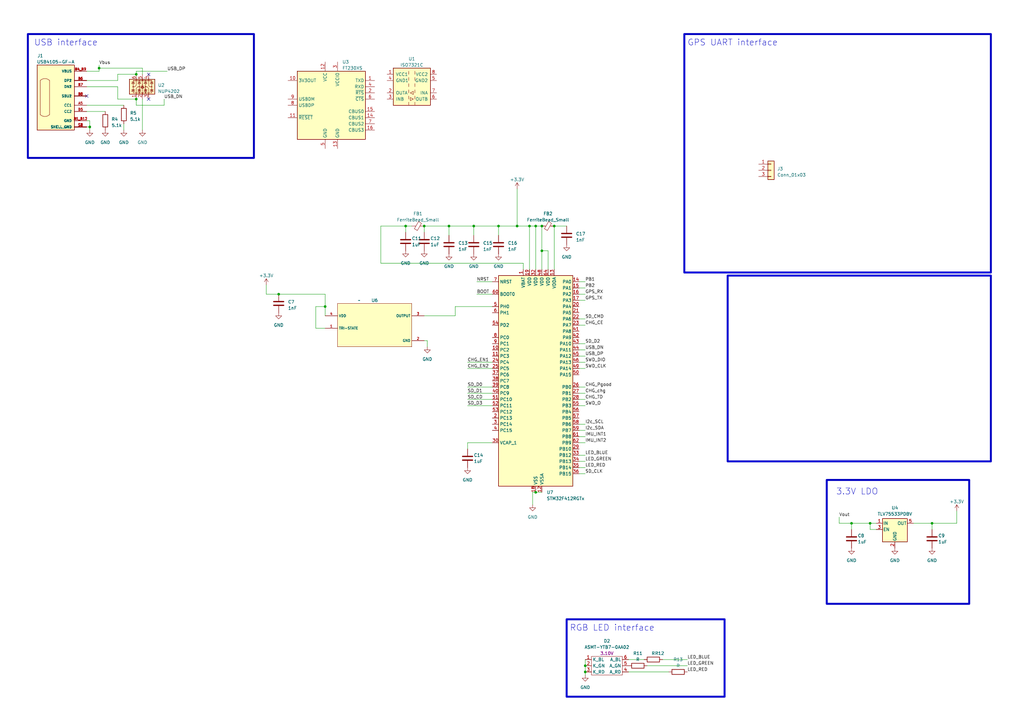
<source format=kicad_sch>
(kicad_sch (version 20230121) (generator eeschema)
  (paper "A3")
  (lib_symbols
    (symbol "Connector:Conn_ARM_SWD_TagConnect_TC2030-NL" (in_bom no)
      (property "Reference" "J" (at 2.54 11.43 0))
      (property "Value" "Conn_ARM_SWD_TagConnect_TC2030-NL" (at 2.54 8.89 0))
      (symbol "Conn_ARM_SWD_TagConnect_TC2030-NL_0_0"
        (pin power_in line (at -2.54 10.16 270) (length 2.54) (name "VCC") (number "1"))
        (pin bidirectional line (at 7.62 -2.54 180) (length 2.54) (name "SWDIO") (number "2"))
        (pin open_collector line (at 7.62 5.08 180) (length 2.54) (name "~{RESET}") (number "3"))
        (pin output line (at 7.62 0 180) (length 2.54) (name "SWCLK") (number "4"))
        (pin power_in line (at -2.54 -10.16 90) (length 2.54) (name "GND") (number "5"))
        (pin input line (at 7.62 -5.08 180) (length 2.54) (name "SWO") (number "6"))
      )
      (symbol "Conn_ARM_SWD_TagConnect_TC2030-NL_0_1"
        (rectangle (start -5.08 7.62) (end 5.08 -7.62) (fill (type background)))
      )
    )
    (symbol "Connector_Generic:Conn_01x03" (pin_names (offset 1.016) hide)
      (property "Reference" "J" (at 0 5.08 0))
      (property "Value" "Conn_01x03" (at 0 -5.08 0))
      (symbol "Conn_01x03_1_1"
        (rectangle (start -1.27 -2.413) (end 0 -2.667) (stroke (width 0.1524)))
        (rectangle (start -1.27 0.127) (end 0 -0.127) (stroke (width 0.1524)))
        (rectangle (start -1.27 2.667) (end 0 2.413) (stroke (width 0.1524)))
        (rectangle (start -1.27 3.81) (end 1.27 -3.81) (stroke (width 0.254)) (fill (type background)))
        (pin passive line (at -5.08 2.54 0) (length 3.81) (name "Pin_1") (number "1"))
        (pin passive line (at -5.08 0 0) (length 3.81) (name "Pin_2") (number "2"))
        (pin passive line (at -5.08 -2.54 0) (length 3.81) (name "Pin_3") (number "3"))
      )
    )
    (symbol "Device:C" (pin_numbers hide) (pin_names (offset 0.254))
      (property "Reference" "C" (at 0.635 2.54 0))
      (property "Value" "C" (at 0.635 -2.54 0))
      (symbol "C_0_1"
        (polyline (pts (xy -2.032 -0.762) (xy 2.032 -0.762)) (stroke (width 0.508)))
        (polyline (pts (xy -2.032 0.762) (xy 2.032 0.762)) (stroke (width 0.508)))
      )
      (symbol "C_1_1"
        (pin passive line (at 0 3.81 270) (length 2.794) (name "~") (number "1"))
        (pin passive line (at 0 -3.81 90) (length 2.794) (name "~") (number "2"))
      )
    )
    (symbol "Device:FerriteBead_Small" (pin_numbers hide) (pin_names (offset 0))
      (property "Reference" "FB" (at 1.905 1.27 0))
      (property "Value" "FerriteBead_Small" (at 1.905 -1.27 0))
      (symbol "FerriteBead_Small_0_1"
        (polyline (pts (xy 0 -1.27) (xy 0 -0.7874)))
        (polyline (pts (xy 0 0.889) (xy 0 1.2954)))
        (polyline (pts (xy -1.8288 0.2794) (xy -1.1176 1.4986) (xy 1.8288 -0.2032) (xy 1.1176 -1.4224) (xy -1.8288 0.2794)))
      )
      (symbol "FerriteBead_Small_1_1"
        (pin passive line (at 0 2.54 270) (length 1.27) (name "~") (number "1"))
        (pin passive line (at 0 -2.54 90) (length 1.27) (name "~") (number "2"))
      )
    )
    (symbol "Device:R" (pin_numbers hide) (pin_names (offset 0))
      (property "Reference" "R" (at 2.032 0 90))
      (property "Value" "R" (at 0 0 90))
      (symbol "R_0_1"
        (rectangle (start -1.016 -2.54) (end 1.016 2.54) (stroke (width 0.254)))
      )
      (symbol "R_1_1"
        (pin passive line (at 0 3.81 270) (length 1.27) (name "~") (number "1"))
        (pin passive line (at 0 -3.81 90) (length 1.27) (name "~") (number "2"))
      )
    )
    (symbol "Interface_USB:FT230XS"
      (property "Reference" "U" (at -13.97 15.24 0))
      (property "Value" "FT230XS" (at 7.62 15.24 0))
      (symbol "FT230XS_0_1"
        (rectangle (start -13.97 13.97) (end 13.97 -13.97) (stroke (width 0.254)) (fill (type background)))
      )
      (symbol "FT230XS_1_1"
        (pin output line (at 17.78 10.16 180) (length 3.81) (name "TXD") (number "1"))
        (pin power_out line (at -17.78 10.16 0) (length 3.81) (name "3V3OUT") (number "10"))
        (pin input line (at -17.78 -5.08 0) (length 3.81) (name "~{RESET}") (number "11"))
        (pin power_in line (at -2.54 17.78 270) (length 3.81) (name "VCC") (number "12"))
        (pin power_in line (at 2.54 -17.78 90) (length 3.81) (name "GND") (number "13"))
        (pin bidirectional line (at 17.78 -5.08 180) (length 3.81) (name "CBUS1") (number "14"))
        (pin bidirectional line (at 17.78 -2.54 180) (length 3.81) (name "CBUS0") (number "15"))
        (pin bidirectional line (at 17.78 -10.16 180) (length 3.81) (name "CBUS3") (number "16"))
        (pin output line (at 17.78 5.08 180) (length 3.81) (name "~{RTS}") (number "2"))
        (pin power_in line (at 2.54 17.78 270) (length 3.81) (name "VCCIO") (number "3"))
        (pin input line (at 17.78 7.62 180) (length 3.81) (name "RXD") (number "4"))
        (pin power_in line (at -2.54 -17.78 90) (length 3.81) (name "GND") (number "5"))
        (pin input line (at 17.78 2.54 180) (length 3.81) (name "~{CTS}") (number "6"))
        (pin bidirectional line (at 17.78 -7.62 180) (length 3.81) (name "CBUS2") (number "7"))
        (pin bidirectional line (at -17.78 0 0) (length 3.81) (name "USBDP") (number "8"))
        (pin bidirectional line (at -17.78 2.54 0) (length 3.81) (name "USBDM") (number "9"))
      )
    )
    (symbol "Isolator:ISO7321C" (pin_names (offset 1.016))
      (property "Reference" "U" (at 0 10.795 0))
      (property "Value" "ISO7321C" (at 0 8.89 0))
      (symbol "ISO7321C_0_1"
        (rectangle (start -7.62 7.62) (end 7.62 -7.62) (stroke (width 0.254)) (fill (type background)))
        (polyline (pts (xy -1.27 -6.35) (xy -1.27 -7.62)))
        (polyline (pts (xy -1.27 -3.81) (xy -1.27 -5.08)))
        (polyline (pts (xy -1.27 -1.27) (xy -1.27 -2.54)))
        (polyline (pts (xy -1.27 1.27) (xy -1.27 0)))
        (polyline (pts (xy -1.27 3.81) (xy -1.27 2.54)))
        (polyline (pts (xy -1.27 6.35) (xy -1.27 5.08)))
        (polyline (pts (xy 1.27 -6.35) (xy 1.27 -7.62)))
        (polyline (pts (xy 1.27 -3.81) (xy 1.27 -5.08)))
        (polyline (pts (xy 1.27 -1.27) (xy 1.27 -2.54)))
        (polyline (pts (xy 1.27 1.27) (xy 1.27 0)))
        (polyline (pts (xy 1.27 3.81) (xy 1.27 2.54)))
        (polyline (pts (xy 1.27 6.35) (xy 1.27 5.08)))
        (polyline (pts (xy -0.635 -4.445) (xy -0.635 -5.715) (xy 0.635 -5.08) (xy -0.635 -4.445)))
        (polyline (pts (xy -0.635 -2.54) (xy 0.635 -1.905) (xy 0.635 -3.175) (xy -0.635 -2.54)))
      )
      (symbol "ISO7321C_1_1"
        (pin power_in line (at -10.16 5.08 0) (length 2.54) (name "VCC1") (number "1"))
        (pin output line (at -10.16 -2.54 0) (length 2.54) (name "OUTA") (number "2"))
        (pin input line (at -10.16 -5.08 0) (length 2.54) (name "INB") (number "3"))
        (pin power_in line (at -10.16 2.54 0) (length 2.54) (name "GND1") (number "4"))
        (pin power_in line (at 10.16 2.54 180) (length 2.54) (name "GND2") (number "5"))
        (pin output line (at 10.16 -5.08 180) (length 2.54) (name "OUTB") (number "6"))
        (pin input line (at 10.16 -2.54 180) (length 2.54) (name "INA") (number "7"))
        (pin power_in line (at 10.16 5.08 180) (length 2.54) (name "VCC2") (number "8"))
      )
    )
    (symbol "MCU_ST_STM32F4:STM32F412RGTx"
      (property "Reference" "U" (at -15.24 44.45 0))
      (property "Value" "STM32F412RGTx" (at 10.16 44.45 0))
      (symbol "STM32F412RGTx_0_1"
        (rectangle (start -15.24 -43.18) (end 15.24 43.18) (stroke (width 0.254)) (fill (type background)))
      )
      (symbol "STM32F412RGTx_1_1"
        (pin power_in line (at -5.08 45.72 270) (length 2.54) (name "VBAT") (number "1"))
        (pin bidirectional line (at -17.78 12.7 0) (length 2.54) (name "PC2") (number "10"))
        (pin bidirectional line (at -17.78 10.16 0) (length 2.54) (name "PC3") (number "11"))
        (pin power_in line (at 2.54 -45.72 90) (length 2.54) (name "VSSA") (number "12"))
        (pin power_in line (at 7.62 45.72 270) (length 2.54) (name "VDDA") (number "13"))
        (pin bidirectional line (at 17.78 40.64 180) (length 2.54) (name "PA0") (number "14"))
        (pin bidirectional line (at 17.78 38.1 180) (length 2.54) (name "PA1") (number "15"))
        (pin bidirectional line (at 17.78 35.56 180) (length 2.54) (name "PA2") (number "16"))
        (pin bidirectional line (at 17.78 33.02 180) (length 2.54) (name "PA3") (number "17"))
        (pin power_in line (at 0 -45.72 90) (length 2.54) (name "VSS") (number "18"))
        (pin power_in line (at -2.54 45.72 270) (length 2.54) (name "VDD") (number "19"))
        (pin bidirectional line (at -17.78 -15.24 0) (length 2.54) (name "PC13") (number "2"))
        (pin bidirectional line (at 17.78 30.48 180) (length 2.54) (name "PA4") (number "20"))
        (pin bidirectional line (at 17.78 27.94 180) (length 2.54) (name "PA5") (number "21"))
        (pin bidirectional line (at 17.78 25.4 180) (length 2.54) (name "PA6") (number "22"))
        (pin bidirectional line (at 17.78 22.86 180) (length 2.54) (name "PA7") (number "23"))
        (pin bidirectional line (at -17.78 7.62 0) (length 2.54) (name "PC4") (number "24"))
        (pin bidirectional line (at -17.78 5.08 0) (length 2.54) (name "PC5") (number "25"))
        (pin bidirectional line (at 17.78 -2.54 180) (length 2.54) (name "PB0") (number "26"))
        (pin bidirectional line (at 17.78 -5.08 180) (length 2.54) (name "PB1") (number "27"))
        (pin bidirectional line (at 17.78 -7.62 180) (length 2.54) (name "PB2") (number "28"))
        (pin bidirectional line (at 17.78 -27.94 180) (length 2.54) (name "PB10") (number "29"))
        (pin bidirectional line (at -17.78 -17.78 0) (length 2.54) (name "PC14") (number "3"))
        (pin power_out line (at -17.78 -25.4 0) (length 2.54) (name "VCAP_1") (number "30"))
        (pin passive line (at 0 -45.72 90) (length 2.54) hide (name "VSS") (number "31"))
        (pin power_in line (at 0 45.72 270) (length 2.54) (name "VDD") (number "32"))
        (pin bidirectional line (at 17.78 -30.48 180) (length 2.54) (name "PB12") (number "33"))
        (pin bidirectional line (at 17.78 -33.02 180) (length 2.54) (name "PB13") (number "34"))
        (pin bidirectional line (at 17.78 -35.56 180) (length 2.54) (name "PB14") (number "35"))
        (pin bidirectional line (at 17.78 -38.1 180) (length 2.54) (name "PB15") (number "36"))
        (pin bidirectional line (at -17.78 2.54 0) (length 2.54) (name "PC6") (number "37"))
        (pin bidirectional line (at -17.78 0 0) (length 2.54) (name "PC7") (number "38"))
        (pin bidirectional line (at -17.78 -2.54 0) (length 2.54) (name "PC8") (number "39"))
        (pin bidirectional line (at -17.78 -20.32 0) (length 2.54) (name "PC15") (number "4"))
        (pin bidirectional line (at -17.78 -5.08 0) (length 2.54) (name "PC9") (number "40"))
        (pin bidirectional line (at 17.78 20.32 180) (length 2.54) (name "PA8") (number "41"))
        (pin bidirectional line (at 17.78 17.78 180) (length 2.54) (name "PA9") (number "42"))
        (pin bidirectional line (at 17.78 15.24 180) (length 2.54) (name "PA10") (number "43"))
        (pin bidirectional line (at 17.78 12.7 180) (length 2.54) (name "PA11") (number "44"))
        (pin bidirectional line (at 17.78 10.16 180) (length 2.54) (name "PA12") (number "45"))
        (pin bidirectional line (at 17.78 7.62 180) (length 2.54) (name "PA13") (number "46"))
        (pin passive line (at 0 -45.72 90) (length 2.54) hide (name "VSS") (number "47"))
        (pin power_in line (at 2.54 45.72 270) (length 2.54) (name "VDD") (number "48"))
        (pin bidirectional line (at 17.78 5.08 180) (length 2.54) (name "PA14") (number "49"))
        (pin bidirectional line (at -17.78 30.48 0) (length 2.54) (name "PH0") (number "5"))
        (pin bidirectional line (at 17.78 2.54 180) (length 2.54) (name "PA15") (number "50"))
        (pin bidirectional line (at -17.78 -7.62 0) (length 2.54) (name "PC10") (number "51"))
        (pin bidirectional line (at -17.78 -10.16 0) (length 2.54) (name "PC11") (number "52"))
        (pin bidirectional line (at -17.78 -12.7 0) (length 2.54) (name "PC12") (number "53"))
        (pin bidirectional line (at -17.78 22.86 0) (length 2.54) (name "PD2") (number "54"))
        (pin bidirectional line (at 17.78 -10.16 180) (length 2.54) (name "PB3") (number "55"))
        (pin bidirectional line (at 17.78 -12.7 180) (length 2.54) (name "PB4") (number "56"))
        (pin bidirectional line (at 17.78 -15.24 180) (length 2.54) (name "PB5") (number "57"))
        (pin bidirectional line (at 17.78 -17.78 180) (length 2.54) (name "PB6") (number "58"))
        (pin bidirectional line (at 17.78 -20.32 180) (length 2.54) (name "PB7") (number "59"))
        (pin bidirectional line (at -17.78 27.94 0) (length 2.54) (name "PH1") (number "6"))
        (pin input line (at -17.78 35.56 0) (length 2.54) (name "BOOT0") (number "60"))
        (pin bidirectional line (at 17.78 -22.86 180) (length 2.54) (name "PB8") (number "61"))
        (pin bidirectional line (at 17.78 -25.4 180) (length 2.54) (name "PB9") (number "62"))
        (pin passive line (at 0 -45.72 90) (length 2.54) hide (name "VSS") (number "63"))
        (pin power_in line (at 5.08 45.72 270) (length 2.54) (name "VDD") (number "64"))
        (pin input line (at -17.78 40.64 0) (length 2.54) (name "NRST") (number "7"))
        (pin bidirectional line (at -17.78 17.78 0) (length 2.54) (name "PC0") (number "8"))
        (pin bidirectional line (at -17.78 15.24 0) (length 2.54) (name "PC1") (number "9"))
      )
    )
    (symbol "MyLib:ASMT-YTB7-0AA02"
      (property "Reference" "D" (at 1.27 -3.81 0))
      (property "Value" "ASMT-YTB7-0AA02" (at 7.62 -13.97 0))
      (property "BL_Vf@20mA" "3.10V" (at 0 0 0))
      (symbol "ASMT-YTB7-0AA02_0_1"
        (rectangle (start 0 -5.08) (end 12.7 -12.7))
      )
      (symbol "ASMT-YTB7-0AA02_1_1"
        (pin input line (at -2.54 -6.35 0) (length 2.54) (name "K_BL") (number "1"))
        (pin input line (at -2.54 -8.89 0) (length 2.54) (name "K_GN") (number "2"))
        (pin input line (at -2.54 -11.43 0) (length 2.54) (name "K_RD") (number "3"))
        (pin input line (at 15.24 -11.43 180) (length 2.54) (name "A_RD") (number "4"))
        (pin input line (at 15.24 -8.89 180) (length 2.54) (name "A_GN") (number "5"))
        (pin input line (at 15.24 -6.35 180) (length 2.54) (name "A_BL") (number "6"))
      )
    )
    (symbol "MyLib:ECS-3963-240-AU-TR"
      (property "Reference" "U" (at 0 0 0))
      (symbol "ECS-3963-240-AU-TR_0_0"
        (rectangle (start -8.89 -1.27) (end 21.59 -19.05) (stroke (width 0.1524)) (fill (type background)))
        (pin input line (at -13.97 -11.43 0) (length 5.08) (name "TRI-STATE") (number "1"))
        (pin power_in line (at 26.67 -16.51 180) (length 5.08) (name "GND") (number "2"))
        (pin output line (at 26.67 -6.35 180) (length 5.08) (name "OUTPUT") (number "3"))
        (pin input line (at -13.97 -6.35 0) (length 5.08) (name "VDD") (number "4"))
      )
    )
    (symbol "MyLib:USB4105-GF-A" (pin_names (offset 1.016))
      (property "Reference" "J" (at 0 5.08 0))
      (property "Value" "USB4105-GF-A" (at 0 -25.4 0))
      (symbol "USB4105-GF-A_0_0"
        (rectangle (start 0 3.81) (end 15.24 -22.86) (stroke (width 0.254)) (fill (type background)))
        (pin power_in line (at 20.32 -19.05 180) (length 5.08) (name "GND") (number "A1_B12"))
        (pin power_in line (at 20.32 1.27 180) (length 5.08) (name "VBUS") (number "A4_B9"))
        (pin power_in line (at 20.32 -19.05 180) (length 5.08) (name "GND") (number "B1_A12"))
        (pin power_in line (at 20.32 1.27 180) (length 5.08) (name "VBUS") (number "B4_A9"))
        (pin bidirectional line (at 20.32 -15.24 180) (length 5.08) (name "CC2") (number "B5"))
        (pin bidirectional line (at 20.32 -2.54 180) (length 5.08) (name "DP2") (number "B6"))
        (pin bidirectional line (at 20.32 -5.08 180) (length 5.08) (name "DN2") (number "B7"))
        (pin bidirectional line (at 20.32 -8.89 180) (length 5.08) (name "SBU2") (number "B8"))
        (pin power_in line (at 20.32 -21.59 180) (length 5.08) (name "SHELL_GND") (number "S1"))
        (pin power_in line (at 20.32 -21.59 180) (length 5.08) (name "SHELL_GND") (number "S2"))
        (pin power_in line (at 20.32 -21.59 180) (length 5.08) (name "SHELL_GND") (number "S3"))
        (pin power_in line (at 20.32 -21.59 180) (length 5.08) (name "SHELL_GND") (number "S4"))
      )
      (symbol "USB4105-GF-A_0_1"
        (polyline (pts (xy 1.27 -16.51) (xy 1.27 -2.54)))
        (polyline (pts (xy 5.08 -16.51) (xy 5.08 -2.54)))
        (arc (start 1.27 -16.51) (mid 3.175 -17.2987) (end 5.08 -16.51))
        (arc (start 5.08 -2.54) (mid 3.175 -1.7523) (end 1.27 -2.54))
      )
      (symbol "USB4105-GF-A_1_0"
        (pin bidirectional line (at 20.32 -12.7 180) (length 5.08) (name "CC1") (number "A5"))
        (pin bidirectional line (at 20.32 -2.54 180) (length 5.08) (name "DP1") (number "A6"))
        (pin bidirectional line (at 20.32 -5.08 180) (length 5.08) (name "DN1") (number "A7"))
        (pin bidirectional line (at 20.32 -8.89 180) (length 5.08) (name "SBU1") (number "A8"))
      )
    )
    (symbol "Power_Protection:NUP4202"
      (property "Reference" "U" (at -6.985 -2.54 0))
      (property "Value" "NUP4202" (at 6.35 1.27 90))
      (symbol "NUP4202_0_1"
        (rectangle (start -5.334 3.048) (end 5.08 -3.048) (stroke (width 0.254)) (fill (type background)))
        (circle (center -3.81 0) (radius 0.127))
        (circle (center -3.81 0) (radius 0.127))
        (circle (center -1.27 -2.54) (radius 0.127))
        (circle (center -1.27 -2.54) (radius 0.127))
        (circle (center -1.27 0) (radius 0.127))
        (circle (center -1.27 0) (radius 0.127))
        (circle (center -1.27 2.54) (radius 0.127))
        (circle (center -1.27 2.54) (radius 0.127))
        (circle (center 0 -2.54) (radius 0.127))
        (circle (center 0 -2.54) (radius 0.127))
        (polyline (pts (xy -4.445 -1.27) (xy -3.175 -1.27)))
        (polyline (pts (xy -4.445 -1.27) (xy -3.175 -1.27)))
        (polyline (pts (xy -4.445 1.905) (xy -3.175 1.905)))
        (polyline (pts (xy -3.81 -2.54) (xy -3.81 -0.635)))
        (polyline (pts (xy -3.81 -2.54) (xy 3.81 -2.54)))
        (polyline (pts (xy -3.81 -0.635) (xy -3.81 0.635)))
        (polyline (pts (xy -3.81 0.635) (xy -3.81 2.54)))
        (polyline (pts (xy -3.81 2.54) (xy 3.81 2.54)))
        (polyline (pts (xy -3.81 2.54) (xy 3.81 2.54)))
        (polyline (pts (xy -1.905 -1.27) (xy -0.635 -1.27)))
        (polyline (pts (xy -1.905 -1.27) (xy -0.635 -1.27)))
        (polyline (pts (xy -1.905 1.905) (xy -0.635 1.905)))
        (polyline (pts (xy -1.27 -2.54) (xy -1.27 -0.635)))
        (polyline (pts (xy -1.27 -2.54) (xy -1.27 -0.635)))
        (polyline (pts (xy -1.27 0.635) (xy -1.27 -0.635)))
        (polyline (pts (xy -1.27 0.635) (xy -1.27 2.54)))
        (polyline (pts (xy 0 -0.889) (xy 0 -3.81)))
        (polyline (pts (xy 0 -0.889) (xy 0 1.016)))
        (polyline (pts (xy 0 -0.889) (xy 0 1.016)))
        (polyline (pts (xy 0 1.016) (xy 0 3.81)))
        (polyline (pts (xy 0.635 -1.27) (xy 1.905 -1.27)))
        (polyline (pts (xy 0.635 -1.27) (xy 1.905 -1.27)))
        (polyline (pts (xy 0.635 1.905) (xy 1.905 1.905)))
        (polyline (pts (xy 1.27 -2.54) (xy 1.27 -0.635)))
        (polyline (pts (xy 1.27 -2.54) (xy 1.27 -0.635)))
        (polyline (pts (xy 1.27 0.635) (xy 1.27 -0.635)))
        (polyline (pts (xy 1.27 0.635) (xy 1.27 2.54)))
        (polyline (pts (xy 3.175 -1.27) (xy 4.445 -1.27)))
        (polyline (pts (xy 3.175 -1.27) (xy 4.445 -1.27)))
        (polyline (pts (xy 3.175 1.905) (xy 4.445 1.905)))
        (polyline (pts (xy 3.81 -2.54) (xy 3.81 -0.635)))
        (polyline (pts (xy 3.81 0.635) (xy 3.81 -0.635)))
        (polyline (pts (xy 3.81 0.635) (xy 3.81 2.54)))
        (polyline (pts (xy 0.762 0.254) (xy -0.762 0.254) (xy -0.762 0)))
        (polyline (pts (xy -4.445 -1.905) (xy -3.175 -1.905) (xy -3.81 -1.27) (xy -4.445 -1.905)))
        (polyline (pts (xy -4.445 1.27) (xy -3.175 1.27) (xy -3.81 1.905) (xy -4.445 1.27)))
        (polyline (pts (xy -2.54 -3.81) (xy -2.54 -0.762) (xy -1.905 0) (xy -1.27 0)))
        (polyline (pts (xy -2.54 3.81) (xy -2.54 0.635) (xy -3.048 0) (xy -3.937 0)))
        (polyline (pts (xy -1.905 -1.905) (xy -0.635 -1.905) (xy -1.27 -1.27) (xy -1.905 -1.905)))
        (polyline (pts (xy -1.905 1.27) (xy -0.635 1.27) (xy -1.27 1.905) (xy -1.905 1.27)))
        (polyline (pts (xy -0.762 -0.508) (xy 0.762 -0.508) (xy 0 0.254) (xy -0.762 -0.508)))
        (polyline (pts (xy -0.762 -0.508) (xy 0.762 -0.508) (xy 0 0.254) (xy -0.762 -0.508)))
        (polyline (pts (xy 0.635 -1.905) (xy 1.905 -1.905) (xy 1.27 -1.27) (xy 0.635 -1.905)))
        (polyline (pts (xy 0.635 1.27) (xy 1.905 1.27) (xy 1.27 1.905) (xy 0.635 1.27)))
        (polyline (pts (xy 2.54 -3.81) (xy 2.54 -0.762) (xy 1.905 0) (xy 1.143 0)))
        (polyline (pts (xy 2.54 3.81) (xy 2.54 0.508) (xy 2.921 0) (xy 3.81 0)))
        (polyline (pts (xy 3.175 -1.905) (xy 4.445 -1.905) (xy 3.81 -1.27) (xy 3.175 -1.905)))
        (polyline (pts (xy 3.175 1.27) (xy 4.445 1.27) (xy 3.81 1.905) (xy 3.175 1.27)))
        (circle (center 0 2.54) (radius 0.127))
        (circle (center 0 2.54) (radius 0.127))
        (circle (center 1.27 -2.54) (radius 0.127))
        (circle (center 1.27 -2.54) (radius 0.127))
        (circle (center 1.27 0) (radius 0.127))
        (circle (center 1.27 0) (radius 0.127))
        (circle (center 1.27 2.54) (radius 0.127))
        (circle (center 1.27 2.54) (radius 0.127))
        (circle (center 3.81 0) (radius 0.127))
        (circle (center 3.81 0) (radius 0.127))
      )
      (symbol "NUP4202_1_1"
        (pin passive line (at -2.54 -5.08 90) (length 2.54) (name "~") (number "1"))
        (pin passive line (at 0 -5.08 90) (length 2.54) (name "~") (number "2"))
        (pin passive line (at 2.54 -5.08 90) (length 2.54) (name "~") (number "3"))
        (pin passive line (at 2.54 5.08 270) (length 2.54) (name "~") (number "4"))
        (pin passive line (at 0 5.08 270) (length 2.54) (name "~") (number "5"))
        (pin passive line (at -2.54 5.08 270) (length 2.54) (name "~") (number "6"))
      )
    )
    (symbol "Regulator_Linear:TLV75533PDBV" (pin_names (offset 0.254))
      (property "Reference" "U" (at -3.81 5.715 0))
      (property "Value" "TLV75533PDBV" (at 0 5.715 0))
      (symbol "TLV75533PDBV_0_1"
        (rectangle (start -5.08 4.445) (end 5.08 -5.08) (stroke (width 0.254)) (fill (type background)))
      )
      (symbol "TLV75533PDBV_1_1"
        (pin power_in line (at -7.62 2.54 0) (length 2.54) (name "IN") (number "1"))
        (pin power_in line (at 0 -7.62 90) (length 2.54) (name "GND") (number "2"))
        (pin input line (at -7.62 0 0) (length 2.54) (name "EN") (number "3"))
        (pin no_connect line (at 5.08 0 180) (length 2.54) hide (name "NC") (number "4"))
        (pin power_out line (at 7.62 2.54 180) (length 2.54) (name "OUT") (number "5"))
      )
    )
    (symbol "power:+3.3V" (power) (pin_names (offset 0))
      (property "Value" "+3.3V" (at 0 3.556 0))
      (symbol "+3.3V_0_1"
        (polyline (pts (xy -0.762 1.27) (xy 0 2.54)))
        (polyline (pts (xy 0 0) (xy 0 2.54)))
        (polyline (pts (xy 0 2.54) (xy 0.762 1.27)))
      )
      (symbol "+3.3V_1_1"
        (pin power_in line (at 0 0 90) (length 0) hide (name "+3.3V") (number "1"))
      )
    )
    (symbol "power:GND" (power) (pin_names (offset 0))
      (property "Value" "GND" (at 0 -3.81 0))
      (symbol "GND_0_1"
        (polyline (pts (xy 0 0) (xy 0 -1.27) (xy 1.27 -1.27) (xy 0 -2.54) (xy -1.27 -1.27) (xy 0 -1.27)))
      )
      (symbol "GND_1_1"
        (pin power_in line (at 0 0 270) (length 0) hide (name "GND") (number "1"))
      )
    )
  )
  (junction (at 219.71 201.93))
  (junction (at 40.64 27.94))
  (junction (at 349.25 214.63))
  (junction (at 133.35 125.73))
  (junction (at 184.15 92.71))
  (junction (at 36.83 52.07))
  (junction (at 212.09 92.71))
  (junction (at 219.71 92.71))
  (junction (at 204.47 92.71))
  (junction (at 222.25 92.71))
  (junction (at 55.88 40.64))
  (junction (at 227.33 92.71))
  (junction (at 222.25 102.87))
  (junction (at 236.22 -34.29))
  (junction (at 166.37 92.71))
  (junction (at 55.88 30.48))
  (junction (at 236.22 -12.7))
  (junction (at 240.03 275.59))
  (junction (at 173.99 92.71))
  (junction (at 382.27 214.63))
  (junction (at 356.87 214.63))
  (junction (at 194.31 92.71))
  (junction (at 217.17 92.71))
  (junction (at 114.3 120.65))
  (junction (at 240.03 273.05))
  (no_connect (at 35.56 39.37))
  (no_connect (at 60.96 30.48))
  (no_connect (at 60.96 40.64))
  (wire (pts (xy 191.77 151.13) (xy 201.93 151.13)))
  (wire (pts (xy 191.77 181.61) (xy 201.93 181.61)))
  (wire (pts (xy 218.44 201.93) (xy 218.44 207.01)))
  (wire (pts (xy 356.87 217.17) (xy 356.87 214.63)))
  (wire (pts (xy 58.42 40.64) (xy 58.42 53.34)))
  (wire (pts (xy 204.47 96.52) (xy 204.47 92.71)))
  (wire (pts (xy 173.99 92.71) (xy 173.99 95.25)))
  (wire (pts (xy 35.56 45.72) (xy 43.18 45.72)))
  (wire (pts (xy 214.63 107.95) (xy 156.21 107.95)))
  (wire (pts (xy 227.33 92.71) (xy 227.33 110.49)))
  (wire (pts (xy 259.08 -24.13) (xy 255.27 -24.13)))
  (wire (pts (xy 356.87 214.63) (xy 349.25 214.63)))
  (wire (pts (xy 219.71 201.93) (xy 218.44 201.93)))
  (wire (pts (xy 237.49 186.69) (xy 240.03 186.69)))
  (wire (pts (xy 48.26 40.64) (xy 48.26 35.56)))
  (wire (pts (xy 129.54 134.62) (xy 129.54 125.73)))
  (wire (pts (xy 133.35 120.65) (xy 114.3 120.65)))
  (wire (pts (xy 240.03 123.19) (xy 237.49 123.19)))
  (wire (pts (xy 194.31 92.71) (xy 204.47 92.71)))
  (wire (pts (xy 237.49 179.07) (xy 240.03 179.07)))
  (wire (pts (xy 349.25 214.63) (xy 344.17 214.63)))
  (wire (pts (xy 349.25 214.63) (xy 349.25 217.17)))
  (wire (pts (xy 67.31 43.18) (xy 55.88 43.18)))
  (wire (pts (xy 245.11 -12.7) (xy 245.11 -13.97)))
  (wire (pts (xy 222.25 102.87) (xy 222.25 110.49)))
  (wire (pts (xy 36.83 52.07) (xy 36.83 49.53)))
  (wire (pts (xy 195.58 115.57) (xy 201.93 115.57)))
  (wire (pts (xy 55.88 29.21) (xy 55.88 30.48)))
  (wire (pts (xy 236.22 -36.83) (xy 236.22 -34.29)))
  (wire (pts (xy 219.71 201.93) (xy 222.25 201.93)))
  (wire (pts (xy 222.25 92.71) (xy 222.25 102.87)))
  (wire (pts (xy 40.64 29.21) (xy 35.56 29.21)))
  (wire (pts (xy 55.88 43.18) (xy 55.88 40.64)))
  (wire (pts (xy 359.41 214.63) (xy 356.87 214.63)))
  (wire (pts (xy 236.22 -20.32) (xy 236.22 -12.7)))
  (wire (pts (xy 195.58 120.65) (xy 201.93 120.65)))
  (wire (pts (xy 133.35 129.54) (xy 133.35 125.73)))
  (wire (pts (xy 240.03 194.31) (xy 237.49 194.31)))
  (wire (pts (xy 240.03 151.13) (xy 237.49 151.13)))
  (wire (pts (xy 184.15 92.71) (xy 184.15 96.52)))
  (wire (pts (xy 237.49 158.75) (xy 240.03 158.75)))
  (wire (pts (xy 264.16 270.51) (xy 257.81 270.51)))
  (wire (pts (xy 168.91 92.71) (xy 166.37 92.71)))
  (wire (pts (xy 236.22 -34.29) (xy 245.11 -34.29)))
  (wire (pts (xy 240.03 148.59) (xy 237.49 148.59)))
  (wire (pts (xy 237.49 115.57) (xy 240.03 115.57)))
  (wire (pts (xy 48.26 30.48) (xy 55.88 30.48)))
  (wire (pts (xy 40.64 27.94) (xy 40.64 29.21)))
  (wire (pts (xy 217.17 92.71) (xy 217.17 110.49)))
  (wire (pts (xy 166.37 92.71) (xy 166.37 95.25)))
  (wire (pts (xy 109.22 116.84) (xy 109.22 120.65)))
  (wire (pts (xy 40.64 26.67) (xy 40.64 27.94)))
  (wire (pts (xy 36.83 49.53) (xy 35.56 49.53)))
  (wire (pts (xy 392.43 214.63) (xy 392.43 209.55)))
  (wire (pts (xy 274.32 275.59) (xy 257.81 275.59)))
  (wire (pts (xy 35.56 33.02) (xy 48.26 33.02)))
  (wire (pts (xy 184.15 92.71) (xy 194.31 92.71)))
  (wire (pts (xy 219.71 92.71) (xy 219.71 110.49)))
  (wire (pts (xy 212.09 77.47) (xy 212.09 92.71)))
  (wire (pts (xy 58.42 30.48) (xy 58.42 27.94)))
  (wire (pts (xy 240.03 166.37) (xy 237.49 166.37)))
  (wire (pts (xy 236.22 -27.94) (xy 236.22 -34.29)))
  (wire (pts (xy 237.49 118.11) (xy 240.03 118.11)))
  (wire (pts (xy 237.49 191.77) (xy 240.03 191.77)))
  (wire (pts (xy 156.21 107.95) (xy 156.21 92.71)))
  (wire (pts (xy 240.03 273.05) (xy 240.03 275.59)))
  (wire (pts (xy 237.49 146.05) (xy 240.03 146.05)))
  (wire (pts (xy 240.03 173.99) (xy 237.49 173.99)))
  (wire (pts (xy 240.03 140.97) (xy 237.49 140.97)))
  (wire (pts (xy 237.49 133.35) (xy 240.03 133.35)))
  (wire (pts (xy 133.35 125.73) (xy 133.35 120.65)))
  (wire (pts (xy 236.22 -12.7) (xy 245.11 -12.7)))
  (wire (pts (xy 175.26 139.7) (xy 175.26 142.24)))
  (wire (pts (xy 194.31 92.71) (xy 194.31 96.52)))
  (wire (pts (xy 240.03 275.59) (xy 240.03 276.86)))
  (wire (pts (xy 50.8 50.8) (xy 50.8 53.34)))
  (wire (pts (xy 173.99 92.71) (xy 184.15 92.71)))
  (wire (pts (xy 374.65 214.63) (xy 382.27 214.63)))
  (wire (pts (xy 212.09 92.71) (xy 204.47 92.71)))
  (wire (pts (xy 237.49 143.51) (xy 240.03 143.51)))
  (wire (pts (xy 35.56 43.18) (xy 50.8 43.18)))
  (wire (pts (xy 240.03 120.65) (xy 237.49 120.65)))
  (wire (pts (xy 48.26 35.56) (xy 35.56 35.56)))
  (wire (pts (xy 265.43 273.05) (xy 281.94 273.05)))
  (wire (pts (xy 359.41 217.17) (xy 356.87 217.17)))
  (wire (pts (xy 191.77 184.15) (xy 191.77 181.61)))
  (wire (pts (xy 191.77 161.29) (xy 201.93 161.29)))
  (wire (pts (xy 191.77 163.83) (xy 201.93 163.83)))
  (wire (pts (xy 237.49 163.83) (xy 240.03 163.83)))
  (wire (pts (xy 67.31 40.64) (xy 67.31 43.18)))
  (wire (pts (xy 186.69 129.54) (xy 186.69 125.73)))
  (wire (pts (xy 222.25 92.71) (xy 219.71 92.71)))
  (wire (pts (xy 217.17 92.71) (xy 212.09 92.71)))
  (wire (pts (xy 40.64 27.94) (xy 58.42 27.94)))
  (wire (pts (xy 271.78 270.51) (xy 281.94 270.51)))
  (wire (pts (xy 259.08 -19.05) (xy 255.27 -19.05)))
  (wire (pts (xy 36.83 53.34) (xy 36.83 52.07)))
  (wire (pts (xy 214.63 110.49) (xy 214.63 107.95)))
  (wire (pts (xy 55.88 40.64) (xy 48.26 40.64)))
  (wire (pts (xy 240.03 270.51) (xy 240.03 273.05)))
  (wire (pts (xy 186.69 125.73) (xy 201.93 125.73)))
  (wire (pts (xy 156.21 92.71) (xy 166.37 92.71)))
  (wire (pts (xy 224.79 102.87) (xy 222.25 102.87)))
  (wire (pts (xy 344.17 214.63) (xy 344.17 212.09)))
  (wire (pts (xy 382.27 214.63) (xy 392.43 214.63)))
  (wire (pts (xy 173.99 139.7) (xy 175.26 139.7)))
  (wire (pts (xy 48.26 33.02) (xy 48.26 30.48)))
  (wire (pts (xy 259.08 -21.59) (xy 255.27 -21.59)))
  (wire (pts (xy 191.77 158.75) (xy 201.93 158.75)))
  (wire (pts (xy 173.99 129.54) (xy 186.69 129.54)))
  (wire (pts (xy 219.71 92.71) (xy 217.17 92.71)))
  (wire (pts (xy 35.56 52.07) (xy 36.83 52.07)))
  (wire (pts (xy 109.22 120.65) (xy 114.3 120.65)))
  (wire (pts (xy 129.54 125.73) (xy 133.35 125.73)))
  (wire (pts (xy 259.08 -29.21) (xy 255.27 -29.21)))
  (wire (pts (xy 237.49 189.23) (xy 240.03 189.23)))
  (wire (pts (xy 191.77 148.59) (xy 201.93 148.59)))
  (wire (pts (xy 68.58 29.21) (xy 55.88 29.21)))
  (wire (pts (xy 237.49 161.29) (xy 240.03 161.29)))
  (wire (pts (xy 133.35 134.62) (xy 129.54 134.62)))
  (wire (pts (xy 237.49 181.61) (xy 240.03 181.61)))
  (wire (pts (xy 227.33 92.71) (xy 232.41 92.71)))
  (wire (pts (xy 240.03 130.81) (xy 237.49 130.81)))
  (wire (pts (xy 382.27 214.63) (xy 382.27 217.17)))
  (wire (pts (xy 191.77 166.37) (xy 201.93 166.37)))
  (wire (pts (xy 224.79 110.49) (xy 224.79 102.87)))
  (wire (pts (xy 240.03 176.53) (xy 237.49 176.53)))
  (rectangle (start 232.41 254) (end 297.18 285.75) (stroke (width 0.8)))
  (rectangle (start 11.43 13.97) (end 104.14 64.77) (stroke (width 0.8)))
  (rectangle (start 220.98 -52.07) (end 271.78 -1.27) (stroke (width 0.8)))
  (rectangle (start 339.09 196.85) (end 397.51 247.65) (stroke (width 0.8)))
  (rectangle (start 298.45 113.03) (end 406.4 189.23) (stroke (width 0.8)))
  (rectangle (start 280.67 13.97) (end 406.4 111.76) (stroke (width 0.8)))
  (text "USB interface\n" (at 13.97 19.05 0) (effects (font (size 2.5 2.5)) (justify left bottom)))
  (text "3.3V LDO\n" (at 342.9 203.2 0) (effects (font (size 2.5 2.5)) (justify left bottom)))
  (text "SWD interface\n" (at 223.52 -46.99 0) (effects (font (size 2.5 2.5)) (justify left bottom)))
  (text "RGB LED interface\n" (at 233.68 259.08 0) (effects (font (size 2.5 2.5)) (justify left bottom)))
  (text "GPS UART interface\n" (at 281.94 19.05 0) (effects (font (size 2.5 2.5)) (justify left bottom)))
  (label "USB_DP" (at 68.58 29.21 0))
  (label "GPS_TX" (at 240.03 123.19 0))
  (label "SWD_O" (at 240.03 166.37 0))
  (label "CHG_chg" (at 240.03 161.29 0))
  (label "SD_D0" (at 191.77 158.75 0))
  (label "PB1" (at 240.03 115.57 0))
  (label "Vbus" (at 40.64 26.67 0))
  (label "SD_CD" (at 191.77 163.83 0))
  (label "CHG_EN1" (at 191.77 148.59 0))
  (label "LED_BLUE" (at 240.03 186.69 0))
  (label "SWD_O" (at 259.08 -19.05 0))
  (label "SWD_DIO" (at 259.08 -21.59 0))
  (label "SWD_CLK" (at 259.08 -24.13 0))
  (label "CHG_TD" (at 240.03 163.83 0))
  (label "I2c_SDA" (at 240.03 176.53 0))
  (label "USB_DN" (at 67.31 40.64 0))
  (label "SD_D3" (at 191.77 166.37 0))
  (label "SD_D2" (at 240.03 140.97 0))
  (label "LED_GREEN" (at 240.03 189.23 0))
  (label "USB_DP" (at 240.03 146.05 0))
  (label "LED_RED" (at 281.94 275.59 0))
  (label "I2c_SCL" (at 240.03 173.99 0))
  (label "LED_RED" (at 240.03 191.77 0))
  (label "IMU_INT1" (at 240.03 179.07 0))
  (label "SD_D1" (at 191.77 161.29 0))
  (label "BOOT" (at 195.58 120.65 0))
  (label "CHG_Pgood" (at 240.03 158.75 0))
  (label "SD_CMD" (at 240.03 130.81 0))
  (label "PB2" (at 240.03 118.11 0))
  (label "SWD_DIO" (at 240.03 148.59 0))
  (label "NRST" (at 195.58 115.57 0))
  (label "GPS_RX" (at 240.03 120.65 0))
  (label "IMU_INT2" (at 240.03 181.61 0))
  (label "LED_GREEN" (at 281.94 273.05 0))
  (label "NRST" (at 259.08 -29.21 0))
  (label "SWD_CLK" (at 240.03 151.13 0))
  (label "CHG_EN2" (at 191.77 151.13 0))
  (label "USB_DN" (at 240.03 143.51 0))
  (label "LED_BLUE" (at 281.94 270.51 0))
  (label "CHG_CE" (at 240.03 133.35 0))
  (label "SD_CLK" (at 240.03 194.31 0))
  (label "Vout" (at 344.17 212.09 0))
  (symbol (lib_id "Device:R") (at 43.18 49.53 0) (unit 1)
    (property "Reference" "R4" (at 45.72 48.895 0) (effects (justify left)))
    (property "Value" "5.1k" (at 45.72 51.435 0) (effects (justify left)))
    (property "Footprint" "Resistor_SMD:R_0603_1608Metric_Pad0.98x0.95mm_HandSolder" (effects hide))
  )
  (symbol (lib_id "power:GND") (at 114.3 128.27 0) (mirror y) (unit 1)
    (property "Reference" "#PWR025" (effects hide))
    (property "Value" "GND" (at 114.3 133.35 0))
  )
  (symbol (lib_id "Device:C") (at 166.37 99.06 0) (unit 1)
    (property "Reference" "C11" (at 168.91 97.79 0) (effects (justify left)))
    (property "Value" "1uF" (at 168.91 100.33 0) (effects (justify left)))
    (property "Footprint" "Capacitor_SMD:C_0603_1608Metric_Pad1.08x0.95mm_HandSolder" (effects hide))
  )
  (symbol (lib_id "Device:FerriteBead_Small") (at 171.45 92.71 90) (unit 1)
    (property "Reference" "FB1" (at 171.4119 87.63 90))
    (property "Value" "FerriteBead_Small" (at 171.4119 90.17 90))
    (property "Footprint" "Inductor_SMD:L_0603_1608Metric" (effects hide))
  )
  (symbol (lib_id "power:GND") (at 240.03 276.86 0) (unit 1)
    (property "Reference" "#PWR043" (effects hide))
    (property "Value" "GND" (at 240.03 281.94 0))
  )
  (symbol (lib_id "Device:R") (at 267.97 270.51 90) (unit 1)
    (property "Reference" "R12" (at 270.51 267.97 90))
    (property "Value" "R" (at 267.97 267.97 90))
    (property "Footprint" "Resistor_SMD:R_0603_1608Metric_Pad0.98x0.95mm_HandSolder" (effects hide))
  )
  (symbol (lib_id "power:+3.3V") (at 236.22 -36.83 0) (unit 1)
    (property "Reference" "#PWR03" (effects hide))
    (property "Value" "+3.3V" (at 236.22 -40.64 0))
  )
  (symbol (lib_id "power:GND") (at 166.37 102.87 0) (mirror y) (unit 1)
    (property "Reference" "#PWR033" (effects hide))
    (property "Value" "GND" (at 166.37 107.95 0))
  )
  (symbol (lib_id "Connector:Conn_ARM_SWD_TagConnect_TC2030-NL") (at 247.65 -24.13 0) (unit 1)
    (property "Reference" "J2" (at 241.3 -24.765 0) (effects (justify right)))
    (property "Value" "Conn_ARM_SWD_TagConnect_TC2030-NL" (at 262.89 -44.45 0) (effects (justify right)))
    (property "Footprint" "Connector:Tag-Connect_TC2030-IDC-NL_2x03_P1.27mm_Vertical" (effects hide))
    (property "Datasheet" "https://www.tag-connect.com/wp-content/uploads/bsk-pdf-manager/TC2030-CTX_1.pdf" (effects hide))
  )
  (symbol (lib_id "power:GND") (at 382.27 224.79 0) (mirror y) (unit 1)
    (property "Reference" "#PWR029" (effects hide))
    (property "Value" "GND" (at 382.27 229.87 0))
  )
  (symbol (lib_id "power:+3.3V") (at 212.09 77.47 0) (unit 1)
    (property "Reference" "#PWR040" (effects hide))
    (property "Value" "+3.3V" (at 212.09 73.66 0))
  )
  (symbol (lib_id "power:GND") (at 43.18 53.34 0) (mirror y) (unit 1)
    (property "Reference" "#PWR011" (effects hide))
    (property "Value" "GND" (at 43.18 58.42 0))
  )
  (symbol (lib_id "power:GND") (at 36.83 53.34 0) (mirror y) (unit 1)
    (property "Reference" "#PWR09" (effects hide))
    (property "Value" "GND" (at 36.83 58.42 0))
  )
  (symbol (lib_id "power:GND") (at 173.99 102.87 0) (mirror y) (unit 1)
    (property "Reference" "#PWR034" (effects hide))
    (property "Value" "GND" (at 173.99 107.95 0))
  )
  (symbol (lib_id "Device:R") (at 50.8 46.99 0) (unit 1)
    (property "Reference" "R5" (at 53.34 46.355 0) (effects (justify left)))
    (property "Value" "5.1k" (at 53.34 48.895 0) (effects (justify left)))
    (property "Footprint" "Resistor_SMD:R_0603_1608Metric_Pad0.98x0.95mm_HandSolder" (effects hide))
  )
  (symbol (lib_id "power:GND") (at 184.15 104.14 0) (mirror y) (unit 1)
    (property "Reference" "#PWR036" (effects hide))
    (property "Value" "GND" (at 184.15 109.22 0))
  )
  (symbol (lib_id "power:GND") (at 204.47 104.14 0) (mirror y) (unit 1)
    (property "Reference" "#PWR039" (effects hide))
    (property "Value" "GND" (at 204.47 109.22 0))
  )
  (symbol (lib_id "power:GND") (at 191.77 191.77 0) (mirror y) (unit 1)
    (property "Reference" "#PWR037" (effects hide))
    (property "Value" "GND" (at 191.77 196.85 0))
  )
  (symbol (lib_id "Power_Protection:NUP4202") (at 58.42 35.56 0) (unit 1)
    (property "Reference" "U2" (at 64.77 34.925 0) (effects (justify left)))
    (property "Value" "NUP4202" (at 64.77 37.465 0) (effects (justify left)))
    (property "Footprint" "Package_TO_SOT_SMD:SOT-363_SC-70-6" (effects hide))
    (property "Datasheet" "http://www.onsemi.com/pub_link/Collateral/NUP4202W1-D.PDF" (effects hide))
  )
  (symbol (lib_id "Device:R") (at 278.13 275.59 90) (unit 1)
    (property "Reference" "R13" (at 278.13 270.51 90))
    (property "Value" "R" (at 278.13 273.05 90))
    (property "Footprint" "Resistor_SMD:R_0603_1608Metric_Pad0.98x0.95mm_HandSolder" (effects hide))
  )
  (symbol (lib_id "Device:R") (at 261.62 273.05 90) (unit 1)
    (property "Reference" "R11" (at 261.62 267.97 90))
    (property "Value" "R" (at 261.62 270.51 90))
    (property "Footprint" "Resistor_SMD:R_0603_1608Metric_Pad0.98x0.95mm_HandSolder" (effects hide))
  )
  (symbol (lib_id "Device:C") (at 204.47 100.33 0) (unit 1)
    (property "Reference" "C16" (at 208.28 99.695 0) (effects (justify left)))
    (property "Value" "1nF" (at 208.28 102.235 0) (effects (justify left)))
    (property "Footprint" "Capacitor_SMD:C_0603_1608Metric_Pad1.08x0.95mm_HandSolder" (effects hide))
  )
  (symbol (lib_id "Connector_Generic:Conn_01x03") (at 316.23 69.85 0) (unit 1)
    (property "Reference" "J3" (at 318.77 69.215 0) (effects (justify left)))
    (property "Value" "Conn_01x03" (at 318.77 71.755 0) (effects (justify left)))
    (property "Footprint" "Connector:Banana_Jack_3Pin" (effects hide))
  )
  (symbol (lib_id "Device:C") (at 173.99 99.06 0) (unit 1)
    (property "Reference" "C12" (at 176.53 97.79 0) (effects (justify left)))
    (property "Value" "1uF" (at 176.53 100.33 0) (effects (justify left)))
    (property "Footprint" "Capacitor_SMD:C_0603_1608Metric_Pad1.08x0.95mm_HandSolder" (effects hide))
  )
  (symbol (lib_id "Device:C") (at 191.77 187.96 0) (unit 1)
    (property "Reference" "C14" (at 194.31 186.69 0) (effects (justify left)))
    (property "Value" "1uF" (at 194.31 189.23 0) (effects (justify left)))
    (property "Footprint" "Capacitor_SMD:C_0603_1608Metric_Pad1.08x0.95mm_HandSolder" (effects hide))
  )
  (symbol (lib_id "power:+3.3V") (at 109.22 116.84 0) (unit 1)
    (property "Reference" "#PWR024" (effects hide))
    (property "Value" "+3.3V" (at 109.22 113.03 0))
  )
  (symbol (lib_id "Device:FerriteBead_Small") (at 224.79 92.71 90) (unit 1)
    (property "Reference" "FB2" (at 224.7519 87.63 90))
    (property "Value" "FerriteBead_Small" (at 224.7519 90.17 90))
    (property "Footprint" "Inductor_SMD:L_0603_1608Metric" (effects hide))
  )
  (symbol (lib_id "Device:C") (at 232.41 96.52 0) (unit 1)
    (property "Reference" "C17" (at 236.22 95.885 0) (effects (justify left)))
    (property "Value" "1nF" (at 236.22 98.425 0) (effects (justify left)))
    (property "Footprint" "Capacitor_SMD:C_0603_1608Metric_Pad1.08x0.95mm_HandSolder" (effects hide))
  )
  (symbol (lib_id "power:GND") (at 175.26 142.24 0) (mirror y) (unit 1)
    (property "Reference" "#PWR035" (effects hide))
    (property "Value" "GND" (at 175.26 147.32 0))
  )
  (symbol (lib_id "MCU_ST_STM32F4:STM32F412RGTx") (at 219.71 156.21 0) (unit 1)
    (property "Reference" "U7" (at 224.2059 201.93 0) (effects (justify left)))
    (property "Value" "STM32F412RGTx" (at 224.2059 204.47 0) (effects (justify left)))
    (property "Footprint" "Package_QFP:LQFP-64_10x10mm_P0.5mm" (effects hide))
    (property "Datasheet" "https://www.st.com/resource/en/datasheet/stm32f412rg.pdf" (effects hide))
  )
  (symbol (lib_id "Device:C") (at 382.27 220.98 0) (unit 1)
    (property "Reference" "C9" (at 384.81 219.71 0) (effects (justify left)))
    (property "Value" "1uF" (at 384.81 222.25 0) (effects (justify left)))
    (property "Footprint" "Capacitor_SMD:C_0603_1608Metric_Pad1.08x0.95mm_HandSolder" (effects hide))
  )
  (symbol (lib_id "power:GND") (at 50.8 53.34 0) (mirror y) (unit 1)
    (property "Reference" "#PWR012" (effects hide))
    (property "Value" "GND" (at 50.8 58.42 0))
  )
  (symbol (lib_id "power:GND") (at 367.03 224.79 0) (mirror y) (unit 1)
    (property "Reference" "#PWR028" (effects hide))
    (property "Value" "GND" (at 367.03 229.87 0))
  )
  (symbol (lib_id "Device:C") (at 349.25 220.98 0) (unit 1)
    (property "Reference" "C8" (at 351.79 219.71 0) (effects (justify left)))
    (property "Value" "1uF" (at 351.79 222.25 0) (effects (justify left)))
    (property "Footprint" "Capacitor_SMD:C_0603_1608Metric_Pad1.08x0.95mm_HandSolder" (effects hide))
  )
  (symbol (lib_id "MyLib:ASMT-YTB7-0AA02") (at 242.57 264.16 0) (unit 1)
    (property "Reference" "D2" (at 248.92 262.89 0))
    (property "Value" "ASMT-YTB7-0AA02" (at 248.92 265.43 0))
    (property "Footprint" "MyLib:ASMT-YTD7-0AA02" (effects hide))
    (property "RD_Vf@20mA" "2.10V" (effects hide))
    (property "GN_Vf@20mA" "3.10V" (effects hide))
    (property "BL_Vf@20mA" "3.10V" (at 248.92 267.97 0))
  )
  (symbol (lib_id "power:GND") (at 236.22 -12.7 0) (mirror y) (unit 1)
    (property "Reference" "#PWR04" (effects hide))
    (property "Value" "GND" (at 236.22 -7.62 0))
  )
  (symbol (lib_id "Device:C") (at 194.31 100.33 0) (unit 1)
    (property "Reference" "C15" (at 198.12 99.695 0) (effects (justify left)))
    (property "Value" "1nF" (at 198.12 102.235 0) (effects (justify left)))
    (property "Footprint" "Capacitor_SMD:C_0603_1608Metric_Pad1.08x0.95mm_HandSolder" (effects hide))
  )
  (symbol (lib_id "power:GND") (at 58.42 53.34 0) (mirror y) (unit 1)
    (property "Reference" "#PWR013" (effects hide))
    (property "Value" "GND" (at 58.42 58.42 0))
  )
  (symbol (lib_id "Interface_USB:FT230XS") (at 135.89 43.18 0) (unit 1)
    (property "Reference" "U3" (at 140.3859 25.4 0) (effects (justify left)))
    (property "Value" "FT230XS" (at 140.3859 27.94 0) (effects (justify left)))
    (property "Footprint" "Package_SO:SSOP-16_3.9x4.9mm_P0.635mm" (effects hide))
    (property "Datasheet" "https://www.ftdichip.com/Support/Documents/DataSheets/ICs/DS_FT230X.pdf" (effects hide))
  )
  (symbol (lib_id "power:GND") (at 349.25 224.79 0) (mirror y) (unit 1)
    (property "Reference" "#PWR027" (effects hide))
    (property "Value" "GND" (at 349.25 229.87 0))
  )
  (symbol (lib_id "power:GND") (at 232.41 100.33 0) (mirror y) (unit 1)
    (property "Reference" "#PWR042" (effects hide))
    (property "Value" "GND" (at 232.41 105.41 0))
  )
  (symbol (lib_id "power:GND") (at 194.31 104.14 0) (mirror y) (unit 1)
    (property "Reference" "#PWR038" (effects hide))
    (property "Value" "GND" (at 194.31 109.22 0))
  )
  (symbol (lib_id "power:GND") (at 218.44 207.01 0) (mirror y) (unit 1)
    (property "Reference" "#PWR041" (effects hide))
    (property "Value" "GND" (at 218.44 212.09 0))
  )
  (symbol (lib_id "power:+3.3V") (at 392.43 209.55 0) (unit 1)
    (property "Reference" "#PWR030" (effects hide))
    (property "Value" "+3.3V" (at 392.43 205.74 0))
  )
  (symbol (lib_id "Isolator:ISO7321C") (at 168.91 35.56 0) (unit 1)
    (property "Reference" "U1" (at 168.91 24.13 0))
    (property "Value" "ISO7321C" (at 168.91 26.67 0))
    (property "Footprint" "Package_SO:SOIC-8_3.9x4.9mm_P1.27mm" (effects hide))
    (property "Datasheet" "http://www.ti.com/general/docs/lit/getliterature.tsp?genericPartNumber=iso7321c&fileType=pdf" (effects hide))
  )
  (symbol (lib_id "Device:C") (at 114.3 124.46 0) (unit 1)
    (property "Reference" "C7" (at 118.11 123.825 0) (effects (justify left)))
    (property "Value" "1nF" (at 118.11 126.365 0) (effects (justify left)))
    (property "Footprint" "Capacitor_SMD:C_0603_1608Metric_Pad1.08x0.95mm_HandSolder" (effects hide))
  )
  (symbol (lib_id "MyLib:ECS-3963-240-AU-TR") (at 147.32 123.19 0) (unit 1)
    (property "Reference" "U6" (at 153.67 123.19 0))
    (property "Value" "~" (at 147.32 123.19 0))
    (property "Footprint" "MyLib:OSC_ECS-3963-240-AU-TR" (effects hide))
  )
  (symbol (lib_id "Device:C") (at 236.22 -24.13 0) (unit 1)
    (property "Reference" "C2" (at 236.22 -26.67 0) (effects (justify left)))
    (property "Value" "100nF" (at 236.22 -21.59 0) (effects (justify left)))
    (property "Footprint" "Capacitor_SMD:C_0603_1608Metric_Pad1.08x0.95mm_HandSolder" (effects hide))
  )
  (symbol (lib_id "Device:C") (at 184.15 100.33 0) (unit 1)
    (property "Reference" "C13" (at 187.96 99.695 0) (effects (justify left)))
    (property "Value" "1nF" (at 187.96 102.235 0) (effects (justify left)))
    (property "Footprint" "Capacitor_SMD:C_0603_1608Metric_Pad1.08x0.95mm_HandSolder" (effects hide))
  )
  (symbol (lib_id "Regulator_Linear:TLV75533PDBV") (at 367.03 217.17 0) (unit 1)
    (property "Reference" "U4" (at 367.03 208.28 0))
    (property "Value" "TLV75533PDBV" (at 367.03 210.82 0))
    (property "Footprint" "Package_TO_SOT_SMD:SOT-23-5" (effects hide))
    (property "Datasheet" "http://www.ti.com/lit/ds/symlink/tlv755p.pdf" (effects hide))
  )
  (symbol (lib_id "MyLib:USB4105-GF-A") (at 15.24 30.48 0) (unit 1)
    (property "Reference" "J1" (at 16.51 22.86 0))
    (property "Value" "USB4105-GF-A" (at 22.86 25.4 0))
    (property "Footprint" "MyLib:GCT_USB4105-GF-A" (effects hide))
    (property "PARTREV" "A3" (effects hide))
    (property "STANDARD" "Manufacturer Recommendations" (effects hide))
    (property "MAXIMUM_PACKAGE_HEIGHT" "3.31 mm" (effects hide))
    (property "MANUFACTURER" "GCT" (effects hide))
  )
)
</source>
